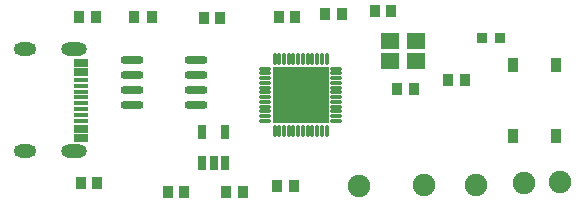
<source format=gts>
G04 Layer: TopSolderMaskLayer*
G04 EasyEDA v6.5.51, 2026-01-01 11:10:02*
G04 c2e0b91a54b643c29b893d635b68bbd8,b0fcb86846164242a958a805a75853bb,10*
G04 Gerber Generator version 0.2*
G04 Scale: 100 percent, Rotated: No, Reflected: No *
G04 Dimensions in millimeters *
G04 leading zeros omitted , absolute positions ,4 integer and 5 decimal *
%FSLAX45Y45*%
%MOMM*%

%AMMACRO1*4,1,8,-0.4211,-0.5008,-0.4508,-0.471,-0.4508,0.4711,-0.4211,0.5008,0.421,0.5008,0.4508,0.4711,0.4508,-0.471,0.421,-0.5008,-0.4211,-0.5008,0*%
%AMMACRO2*4,1,8,-0.4211,-0.4508,-0.4508,-0.421,-0.4508,0.4211,-0.4211,0.4508,0.421,0.4508,0.4508,0.4211,0.4508,-0.421,0.421,-0.4508,-0.4211,-0.4508,0*%
%AMMACRO3*4,1,8,-0.4243,-0.4828,-0.454,-0.453,-0.454,0.4531,-0.4243,0.4828,0.4243,0.4828,0.454,0.4531,0.454,-0.453,0.4243,-0.4828,-0.4243,-0.4828,0*%
%AMMACRO4*4,1,8,-0.396,-0.5508,-0.4258,-0.5211,-0.4258,0.5211,-0.396,0.5508,0.396,0.5508,0.4258,0.5211,0.4258,-0.5211,0.396,-0.5508,-0.396,-0.5508,0*%
%AMMACRO5*4,1,8,-0.396,-0.5507,-0.4258,-0.521,-0.4258,0.521,-0.396,0.5507,0.396,0.5507,0.4258,0.521,0.4258,-0.521,0.396,-0.5507,-0.396,-0.5507,0*%
%AMMACRO6*4,1,8,-0.3961,-0.5508,-0.4258,-0.5211,-0.4258,0.5211,-0.3961,0.5508,0.396,0.5508,0.4258,0.5211,0.4258,-0.5211,0.396,-0.5508,-0.3961,-0.5508,0*%
%AMMACRO7*4,1,8,-0.3961,-0.5507,-0.4258,-0.521,-0.4258,0.521,-0.3961,0.5507,0.396,0.5507,0.4258,0.521,0.4258,-0.521,0.396,-0.5507,-0.3961,-0.5507,0*%
%AMMACRO8*4,1,8,-2.3211,-2.3508,-2.3508,-2.321,-2.3508,2.3211,-2.3211,2.3508,2.321,2.3508,2.3508,2.3211,2.3508,-2.321,2.321,-2.3508,-2.3211,-2.3508,0*%
%AMMACRO9*4,1,8,-0.3322,-0.6033,-0.362,-0.5735,-0.362,0.5735,-0.3322,0.6033,0.3322,0.6033,0.362,0.5735,0.362,-0.5735,0.3322,-0.6033,-0.3322,-0.6033,0*%
%AMMACRO10*4,1,8,-0.3322,-0.6033,-0.3619,-0.5735,-0.3619,0.5735,-0.3322,0.6033,0.3322,0.6033,0.3619,0.5735,0.3619,-0.5735,0.3322,-0.6033,-0.3322,-0.6033,0*%
%AMMACRO11*4,1,8,-0.5961,-0.3508,-0.6258,-0.321,-0.6258,0.3211,-0.5961,0.3508,0.596,0.3508,0.6258,0.3211,0.6258,-0.321,0.596,-0.3508,-0.5961,-0.3508,0*%
%AMMACRO12*4,1,8,-0.5961,-0.2008,-0.6258,-0.171,-0.6258,0.1711,-0.5961,0.2008,0.596,0.2008,0.6258,0.1711,0.6258,-0.171,0.596,-0.2008,-0.5961,-0.2008,0*%
%AMMACRO13*4,1,8,-0.7211,-0.6508,-0.7508,-0.621,-0.7508,0.6211,-0.7211,0.6508,0.721,0.6508,0.7508,0.6211,0.7508,-0.621,0.721,-0.6508,-0.7211,-0.6508,0*%
%ADD10C,1.9000*%
%ADD11MACRO1*%
%ADD12O,1.966595X0.731596*%
%ADD13MACRO2*%
%ADD14MACRO3*%
%ADD15C,0.0193*%
%ADD16MACRO4*%
%ADD17MACRO5*%
%ADD18MACRO6*%
%ADD19MACRO7*%
%ADD20MACRO8*%
%ADD21O,1.101598X0.3016*%
%ADD22O,0.3016X1.101598*%
%ADD23MACRO9*%
%ADD24MACRO10*%
%ADD25MACRO11*%
%ADD26MACRO12*%
%ADD27O,1.901596X1.101598*%
%ADD28O,2.201596X1.101598*%
%ADD29MACRO13*%

%LPD*%
D10*
G01*
X4051300Y4762500D03*
G01*
X3505200Y4749800D03*
G01*
X4495800Y4762500D03*
G01*
X4902200Y4775200D03*
G01*
X5207000Y4787900D03*
D11*
G01*
X2025799Y4699000D03*
G01*
X1885800Y4699000D03*
G01*
X1149200Y4775200D03*
G01*
X1289199Y4775200D03*
G01*
X3359299Y6210300D03*
G01*
X3219300Y6210300D03*
G01*
X2965599Y6184900D03*
G01*
X2825600Y6184900D03*
G01*
X2521099Y4699000D03*
G01*
X2381100Y4699000D03*
G01*
X3778399Y6235700D03*
G01*
X3638400Y6235700D03*
G01*
X3968899Y5575300D03*
G01*
X3828900Y5575300D03*
G01*
X2812900Y4749800D03*
G01*
X2952899Y4749800D03*
G01*
X2190600Y6172200D03*
G01*
X2330599Y6172200D03*
D12*
G01*
X1585950Y5816600D03*
G01*
X1585950Y5689600D03*
G01*
X1585950Y5562600D03*
G01*
X1585950Y5435600D03*
G01*
X2122449Y5816600D03*
G01*
X2122449Y5689600D03*
G01*
X2122449Y5562600D03*
G01*
X2122449Y5435600D03*
D13*
G01*
X4697699Y6007110D03*
G01*
X4547890Y6007094D03*
D14*
G01*
X1751724Y6184900D03*
G01*
X1601075Y6184900D03*
G01*
X1281824Y6184900D03*
G01*
X1131175Y6184900D03*
G01*
X4255375Y5651500D03*
G01*
X4406024Y5651500D03*
D16*
G01*
X4806100Y5173706D03*
D17*
G01*
X4806100Y5773704D03*
D18*
G01*
X5176088Y5173706D03*
D19*
G01*
X5176088Y5773704D03*
D20*
G01*
X3009915Y5524233D03*
D21*
G01*
X2706293Y5744362D03*
G01*
X2706293Y5704382D03*
G01*
X2706293Y5664377D03*
G01*
X2706293Y5624372D03*
G01*
X2706293Y5584367D03*
G01*
X2706293Y5544362D03*
G01*
X2706293Y5504408D03*
G01*
X2706293Y5464378D03*
G01*
X2706293Y5424398D03*
G01*
X2706293Y5384368D03*
G01*
X2706293Y5344388D03*
G01*
X2706293Y5304383D03*
G01*
X3313506Y5304383D03*
G01*
X3313506Y5344388D03*
G01*
X3313506Y5384368D03*
G01*
X3313506Y5424398D03*
G01*
X3313506Y5464378D03*
G01*
X3313506Y5504408D03*
G01*
X3313506Y5544362D03*
G01*
X3313506Y5584367D03*
G01*
X3313506Y5624372D03*
G01*
X3313506Y5664377D03*
G01*
X3313506Y5704382D03*
G01*
X3313506Y5744362D03*
D22*
G01*
X3229787Y5220893D03*
G01*
X3189757Y5220893D03*
G01*
X3149777Y5220893D03*
G01*
X3109798Y5220893D03*
G01*
X3069793Y5220893D03*
G01*
X3029788Y5220893D03*
G01*
X2989783Y5220893D03*
G01*
X2949752Y5220893D03*
G01*
X2909798Y5220893D03*
G01*
X2869793Y5220893D03*
G01*
X2829763Y5220893D03*
G01*
X2789758Y5220893D03*
G01*
X2789758Y5828106D03*
G01*
X2829763Y5828106D03*
G01*
X2869793Y5828106D03*
G01*
X2909798Y5828106D03*
G01*
X2949752Y5828106D03*
G01*
X2989783Y5828106D03*
G01*
X3029737Y5828106D03*
G01*
X3069793Y5828106D03*
G01*
X3109747Y5828106D03*
G01*
X3149777Y5828106D03*
G01*
X3189757Y5828106D03*
G01*
X3229787Y5828106D03*
D23*
G01*
X2368273Y5210002D03*
G01*
X2178324Y5210002D03*
G01*
X2178321Y4949997D03*
D24*
G01*
X2273236Y4949997D03*
G01*
X2368268Y4950000D03*
D25*
G01*
X1150645Y5796798D03*
G01*
X1150645Y5716798D03*
G01*
X1150645Y5156799D03*
G01*
X1150645Y5236799D03*
D26*
G01*
X1150645Y5301800D03*
G01*
X1150645Y5351800D03*
G01*
X1150645Y5401800D03*
G01*
X1150645Y5451800D03*
G01*
X1150645Y5501800D03*
G01*
X1150645Y5551799D03*
G01*
X1150645Y5601799D03*
G01*
X1150645Y5651799D03*
D27*
G01*
X678154Y5908802D03*
D28*
G01*
X1093139Y5044795D03*
G01*
X1093139Y5908802D03*
D27*
G01*
X678154Y5044795D03*
D29*
G01*
X3983499Y5977788D03*
G01*
X3763500Y5977788D03*
G01*
X3763500Y5807786D03*
G01*
X3983499Y5807786D03*
M02*

</source>
